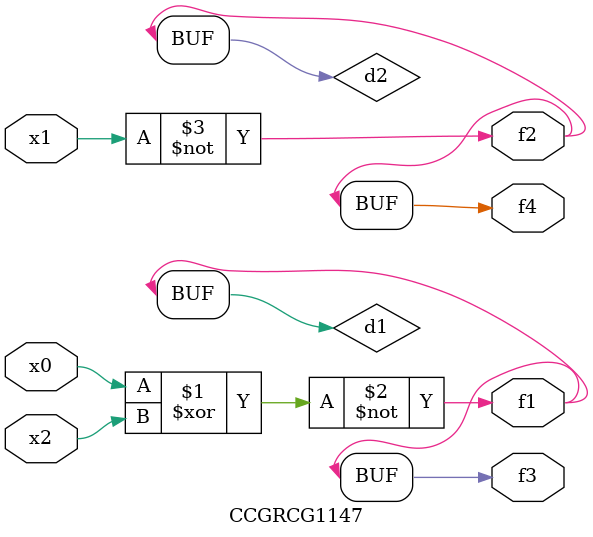
<source format=v>
module CCGRCG1147(
	input x0, x1, x2,
	output f1, f2, f3, f4
);

	wire d1, d2, d3;

	xnor (d1, x0, x2);
	nand (d2, x1);
	nor (d3, x1, x2);
	assign f1 = d1;
	assign f2 = d2;
	assign f3 = d1;
	assign f4 = d2;
endmodule

</source>
